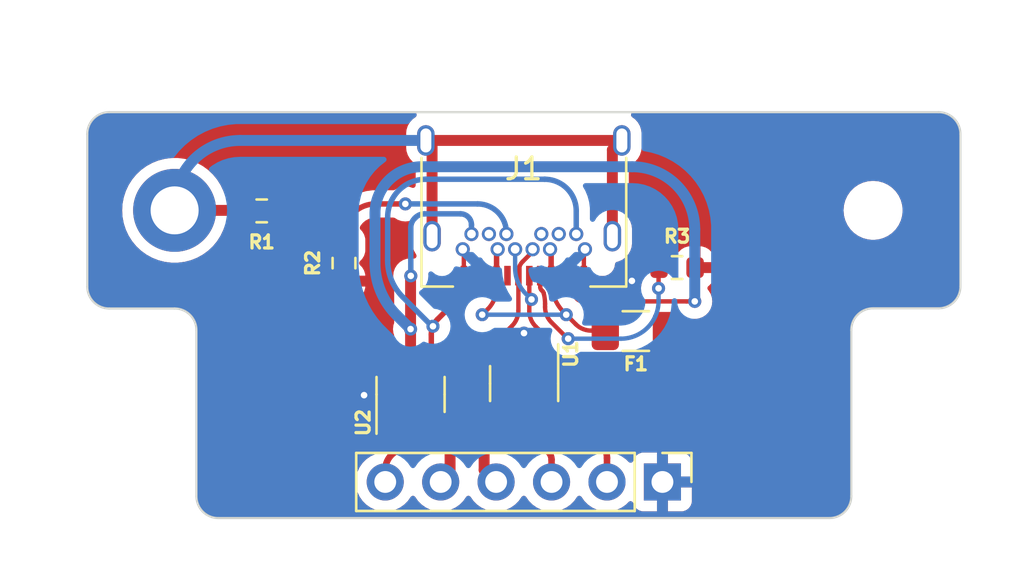
<source format=kicad_pcb>
(kicad_pcb (version 20221018) (generator pcbnew)
  (layers (0 "F.Cu" signal) (31 "B.Cu" signal) (34 "B.Paste" user) (35 "F.Paste" user) (36 "B.SilkS" user "B.Silkscreen") (37 "F.SilkS" user "F.Silkscreen") (38 "B.Mask" user) (39 "F.Mask" user) (44 "Edge.Cuts" user))
  (net 0 "")
  (net 1 "Net-(F1-Pad1)")
  (net 2 "+5V")
  (net 3 "GND")
  (net 4 "3vCable")
  (net 6 "Net-(J1-CC1)")
  (net 7 "DBUS+")
  (net 8 "DBUS-")
  (net 11 "DATA")
  (net 13 "Net-(J1-CC2)")
  (net 16 "Net-(J1-SHIELD)")
  (net 17 "D+")
  (net 18 "D-")
  (net 19 "DATABUS")
  (footprint "MountingHole:MountingHole_2.2mm_M2" (layer "F.Cu") (at 53.94 22.595792)
    (fp_text reference "H1" hide)
    (fp_text value "MountingHole" hide)
    (pad "" np_thru_hole circle (at 0 0) (size 2.2 2.2) (drill 2.2) (layers "*.Cu" "*.Mask"))
  )
  (footprint "Fuse:Fuse_1206_3216Metric" (layer "F.Cu") (at 43.0715 28.13005)
    (fp_text reference "F1" (at 0 1.51) (layer "F.SilkS") (effects (font (size 0.6 0.6))))
    (fp_text value "500 mA")
    (fp_line (start -0.602064 -0.91) (end 0.602064 -0.91) (stroke (width 0.12)) (layer "F.SilkS"))
    (fp_line (start -0.602064 0.91) (end 0.602064 0.91) (stroke (width 0.12)) (layer "F.SilkS"))
    (pad "1" smd roundrect (at -1.4 0) (size 1.25 1.75) (layers "F.Cu" "F.Paste" "F.Mask") (roundrect_rratio 0.2) (net 1 "Net-(F1-Pad1)"))
    (pad "2" smd roundrect (at 1.4 0) (size 1.25 1.75) (layers "F.Cu" "F.Paste" "F.Mask") (roundrect_rratio 0.2) (net 2 "+5V"))
  )
  (footprint "Package_TO_SOT_SMD:SOT-23-6" (layer "F.Cu") (at 32.75 31.0375 90)
    (fp_text reference "U2" (at -1.2925 -2.17 90) (layer "F.SilkS") (effects (font (size 0.6 0.6))))
    (fp_text value "USBLC6-2SC6")
    (fp_line (start 0 -1.56) (end -1.8 -1.56) (stroke (width 0.12)) (layer "F.SilkS"))
    (fp_line (start 0 -1.56) (end 0.8 -1.56) (stroke (width 0.12)) (layer "F.SilkS"))
    (fp_line (start 0 1.56) (end -0.8 1.56) (stroke (width 0.12)) (layer "F.SilkS"))
    (fp_line (start 0 1.56) (end 0.8 1.56) (stroke (width 0.12)) (layer "F.SilkS"))
    (pad "1" smd roundrect (at -1.1375 -0.95 90) (size 1.325 0.6) (layers "F.Cu" "F.Paste" "F.Mask"))
    (pad "2" smd roundrect (at -1.1375 0 90) (size 1.325 0.6) (layers "F.Cu" "F.Paste" "F.Mask") (net 3 "GND"))
    (pad "3" smd roundrect (at -1.1375 0.95 90) (size 1.325 0.6) (layers "F.Cu" "F.Paste" "F.Mask") (net 11 "DATA"))
    (pad "4" smd roundrect (at 1.1375 0.95 90) (size 1.325 0.6) (layers "F.Cu" "F.Paste" "F.Mask") (net 19 "DATABUS"))
    (pad "5" smd roundrect (at 1.1375 0 90) (size 1.325 0.6) (layers "F.Cu" "F.Paste" "F.Mask") (net 4 "3vCable"))
    (pad "6" smd roundrect (at 1.1375 -0.95 90) (size 1.325 0.6) (layers "F.Cu" "F.Paste" "F.Mask"))
  )
  (footprint "Resistor_SMD:R_0603_1608Metric" (layer "F.Cu") (at 25.93 22.62 180)
    (fp_text reference "R1" (at 0 -1.43) (layer "F.SilkS") (effects (font (size 0.6 0.6))))
    (fp_text value "1M")
    (fp_line (start -0.237258 -0.5225) (end 0.237258 -0.5225) (stroke (width 0.12)) (layer "F.SilkS"))
    (fp_line (start -0.237258 0.5225) (end 0.237258 0.5225) (stroke (width 0.12)) (layer "F.SilkS"))
    (pad "1" smd roundrect (at -0.825 0 180) (size 0.8 0.95) (layers "F.Cu" "F.Paste" "F.Mask") (net 3 "GND"))
    (pad "2" smd roundrect (at 0.825 0 180) (size 0.8 0.95) (layers "F.Cu" "F.Paste" "F.Mask") (net 16 "Net-(J1-SHIELD)"))
  )
  (footprint "Package_TO_SOT_SMD:SOT-23-6" (layer "F.Cu") (at 37.952461 30.537661 -90)
    (fp_text reference "U1" (at -1.347661 -2.137539 -90) (layer "F.SilkS") (effects (font (size 0.6 0.6))))
    (fp_text value "USBLC6-2SC6")
    (fp_line (start 0 -1.56) (end -1.8 -1.56) (stroke (width 0.12)) (layer "F.SilkS"))
    (fp_line (start 0 -1.56) (end 0.8 -1.56) (stroke (width 0.12)) (layer "F.SilkS"))
    (fp_line (start 0 1.56) (end -0.8 1.56) (stroke (width 0.12)) (layer "F.SilkS"))
    (fp_line (start 0 1.56) (end 0.8 1.56) (stroke (width 0.12)) (layer "F.SilkS"))
    (pad "1" smd roundrect (at -1.1375 -0.95 270) (size 1.325 0.6) (layers "F.Cu" "F.Paste" "F.Mask") (net 7 "DBUS+"))
    (pad "2" smd roundrect (at -1.1375 0 270) (size 1.325 0.6) (layers "F.Cu" "F.Paste" "F.Mask") (net 3 "GND"))
    (pad "3" smd roundrect (at -1.1375 0.95 270) (size 1.325 0.6) (layers "F.Cu" "F.Paste" "F.Mask") (net 8 "DBUS-"))
    (pad "4" smd roundrect (at 1.1375 0.95 270) (size 1.325 0.6) (layers "F.Cu" "F.Paste" "F.Mask") (net 18 "D-"))
    (pad "5" smd roundrect (at 1.1375 0 270) (size 1.325 0.6) (layers "F.Cu" "F.Paste" "F.Mask") (net 2 "+5V"))
    (pad "6" smd roundrect (at 1.1375 -0.95 270) (size 1.325 0.6) (layers "F.Cu" "F.Paste" "F.Mask") (net 17 "D+"))
  )
  (footprint "Resistor_SMD:R_0603_1608Metric" (layer "F.Cu") (at 44.96 25.22)
    (fp_text reference "R3" (at 0 -1.43) (layer "F.SilkS") (effects (font (size 0.6 0.6))))
    (fp_text value "5.1k")
    (fp_line (start -0.237258 -0.5225) (end 0.237258 -0.5225) (stroke (width 0.12)) (layer "F.SilkS"))
    (fp_line (start -0.237258 0.5225) (end 0.237258 0.5225) (stroke (width 0.12)) (layer "F.SilkS"))
    (pad "1" smd roundrect (at -0.825 0) (size 0.8 0.95) (layers "F.Cu" "F.Paste" "F.Mask") (net 6 "Net-(J1-CC1)"))
    (pad "2" smd roundrect (at 0.825 0) (size 0.8 0.95) (layers "F.Cu" "F.Paste" "F.Mask") (net 3 "GND"))
  )
  (footprint "MountingHole:MountingHole_2.2mm_M2_DIN965_Pad" (layer "F.Cu") (at 21.94 22.595792)
    (fp_text reference "H2" hide)
    (fp_text value "MountingHole_Pad" hide)
    (pad "1" thru_hole circle (at 0 0) (size 3.8 3.8) (drill 2.2) (layers "*.Cu" "*.Mask") (net 16 "Net-(J1-SHIELD)"))
  )
  (footprint "footprints:TYPE-C_24P_QCHT" (layer "F.Cu") (at 37.94 20.67005 180)
    (fp_text reference "J1" (at 0.01333 -0.020427) (layer "F.SilkS"))
    (fp_text value "USB C Connector")
    (fp_line (start -4.69 -5.42) (end -4.69 0.48) (stroke (width 0.12)) (layer "F.SilkS"))
    (fp_line (start -4.69 -5.42) (end -3.05 -5.42) (stroke (width 0.12)) (layer "F.SilkS"))
    (fp_line (start 3.25 -5.42) (end 4.69 -5.42) (stroke (width 0.12)) (layer "F.SilkS"))
    (fp_line (start 4.69 -5.42) (end 4.69 0.48) (stroke (width 0.12)) (layer "F.SilkS"))
    (pad "" np_thru_hole circle (at -3.6 -4.36 180) (size 0.65 0.65) (drill 0.65) (layers "*.Cu" "*.Mask"))
    (pad "" np_thru_hole circle (at 3.75 -4.36 180) (size 0.65 0.65) (drill 0.65) (layers "*.Cu" "*.Mask"))
    (pad "A1" smd rect (at -2.75 -4.92 180) (size 0.3 0.9) (layers "F.Cu" "F.Paste" "F.Mask") (net 3 "GND"))
    (pad "A2" smd rect (at -2.25 -4.92 180) (size 0.3 0.9) (layers "F.Cu" "F.Paste" "F.Mask") (net 4 "3vCable"))
    (pad "A3" smd rect (at -1.75 -4.92 180) (size 0.3 0.9) (layers "F.Cu" "F.Paste" "F.Mask"))
    (pad "A4" smd rect (at -1.25 -4.92 180) (size 0.3 0.9) (layers "F.Cu" "F.Paste" "F.Mask") (net 1 "Net-(F1-Pad1)"))
    (pad "A5" smd rect (at -0.75 -4.92 180) (size 0.3 0.9) (layers "F.Cu" "F.Paste" "F.Mask") (net 6 "Net-(J1-CC1)"))
    (pad "A6" smd rect (at -0.25 -4.92 180) (size 0.3 0.9) (layers "F.Cu" "F.Paste" "F.Mask") (net 7 "DBUS+"))
    (pad "A7" smd rect (at 0.25 -4.92 180) (size 0.3 0.9) (layers "F.Cu" "F.Paste" "F.Mask") (net 8 "DBUS-"))
    (pad "A8" smd rect (at 0.75 -4.92 180) (size 0.3 0.9) (layers "F.Cu" "F.Paste" "F.Mask"))
    (pad "A9" smd rect (at 1.25 -4.92 180) (size 0.3 0.9) (layers "F.Cu" "F.Paste" "F.Mask") (net 1 "Net-(F1-Pad1)"))
    (pad "A10" smd rect (at 1.75 -4.92 180) (size 0.3 0.9) (layers "F.Cu" "F.Paste" "F.Mask"))
    (pad "A11" smd rect (at 2.25 -4.92 180) (size 0.3 0.9) (layers "F.Cu" "F.Paste" "F.Mask") (net 19 "DATABUS"))
    (pad "A12" smd rect (at 2.75 -4.92 180) (size 0.3 0.9) (layers "F.Cu" "F.Paste" "F.Mask") (net 3 "GND"))
    (pad "B1" thru_hole circle (at 2.8 -3.71 180) (size 0.65 0.65) (drill 0.4) (layers "*.Cu" "*.Mask") (net 3 "GND"))
    (pad "B2" thru_hole circle (at 2.4 -3.01 180) (size 0.65 0.65) (drill 0.4) (layers "*.Cu" "*.Mask") (net 4 "3vCable"))
    (pad "B3" thru_hole circle (at 1.6 -3.01 180) (size 0.65 0.65) (drill 0.4) (layers "*.Cu" "*.Mask"))
    (pad "B4" thru_hole circle (at 1.2 -3.71 180) (size 0.65 0.65) (drill 0.4) (layers "*.Cu" "*.Mask") (net 1 "Net-(F1-Pad1)"))
    (pad "B5" thru_hole circle (at 0.8 -3.01 180) (size 0.65 0.65) (drill 0.4) (layers "*.Cu" "*.Mask") (net 13 "Net-(J1-CC2)"))
    (pad "B6" thru_hole circle (at 0.4 -3.71 180) (size 0.65 0.65) (drill 0.4) (layers "*.Cu" "*.Mask") (net 7 "DBUS+"))
    (pad "B7" thru_hole circle (at -0.4 -3.71 180) (size 0.65 0.65) (drill 0.4) (layers "*.Cu" "*.Mask") (net 8 "DBUS-"))
    (pad "B8" thru_hole circle (at -0.8 -3.01 180) (size 0.65 0.65) (drill 0.4) (layers "*.Cu" "*.Mask"))
    (pad "B9" thru_hole circle (at -1.2 -3.71 180) (size 0.65 0.65) (drill 0.4) (layers "*.Cu" "*.Mask") (net 1 "Net-(F1-Pad1)"))
    (pad "B10" thru_hole circle (at -1.6 -3.01 180) (size 0.65 0.65) (drill 0.4) (layers "*.Cu" "*.Mask"))
    (pad "B11" thru_hole circle (at -2.4 -3.01 180) (size 0.65 0.65) (drill 0.4) (layers "*.Cu" "*.Mask") (net 19 "DATABUS"))
    (pad "B12" thru_hole circle (at -2.8 -3.71 180) (size 0.65 0.65) (drill 0.4) (layers "*.Cu" "*.Mask") (net 3 "GND"))
    (pad "S1" thru_hole oval (at -4.49 1.28 180) (size 0.8 1.4) (drill oval 0.5 1.1) (layers "*.Cu" "*.Mask") (net 16 "Net-(J1-SHIELD)"))
    (pad "S1" thru_hole oval (at -4.055 -3.11 180) (size 0.8 1.4) (drill oval 0.5 1.1) (layers "*.Cu" "*.Mask") (net 16 "Net-(J1-SHIELD)"))
    (pad "S1" thru_hole oval (at 4.205 -3.11 180) (size 0.8 1.4) (drill oval 0.5 1.1) (layers "*.Cu" "*.Mask") (net 16 "Net-(J1-SHIELD)"))
    (pad "S1" thru_hole oval (at 4.49 1.28 180) (size 0.8 1.4) (drill oval 0.5 1.1) (layers "*.Cu" "*.Mask") (net 16 "Net-(J1-SHIELD)"))
  )
  (footprint "Resistor_SMD:R_0603_1608Metric" (layer "F.Cu") (at 29.7 25.015 90)
    (fp_text reference "R2" (at 0 -1.43 90) (layer "F.SilkS") (effects (font (size 0.6 0.6))))
    (fp_text value "5.1k")
    (fp_line (start -0.237258 -0.5225) (end 0.237258 -0.5225) (stroke (width 0.12)) (layer "F.SilkS"))
    (fp_line (start -0.237258 0.5225) (end 0.237258 0.5225) (stroke (width 0.12)) (layer "F.SilkS"))
    (pad "1" smd roundrect (at -0.825 0 90) (size 0.8 0.95) (layers "F.Cu" "F.Paste" "F.Mask") (net 3 "GND"))
    (pad "2" smd roundrect (at 0.825 0 90) (size 0.8 0.95) (layers "F.Cu" "F.Paste" "F.Mask") (net 13 "Net-(J1-CC2)"))
  )
  (footprint "Connector_PinHeader_2.54mm:PinHeader_1x06_P2.54mm_Vertical" (layer "F.Cu") (at 44.288893 35.05005 -90)
    (fp_text reference "J2" hide)
    (fp_text value "Conn_01x06" hide)
    (fp_line (start -1.33 -1.33) (end 0 -1.33) (stroke (width 0.12)) (layer "F.SilkS"))
    (fp_line (start -1.33 0) (end -1.33 -1.33) (stroke (width 0.12)) (layer "F.SilkS"))
    (fp_line (start -1.33 1.27) (end -1.33 14.03) (stroke (width 0.12)) (layer "F.SilkS"))
    (fp_line (start -1.33 1.27) (end 1.33 1.27) (stroke (width 0.12)) (layer "F.SilkS"))
    (fp_line (start -1.33 14.03) (end 1.33 14.03) (stroke (width 0.12)) (layer "F.SilkS"))
    (fp_line (start 1.33 1.27) (end 1.33 14.03) (stroke (width 0.12)) (layer "F.SilkS"))
    (pad "1" thru_hole rect (at 0 0 270) (size 1.7 1.7) (drill 1) (layers "*.Cu" "*.Mask") (net 3 "GND"))
    (pad "2" thru_hole oval (at 0 2.54 270) (size 1.7 1.7) (drill 1) (layers "*.Cu" "*.Mask") (net 17 "D+"))
    (pad "3" thru_hole oval (at 0 5.08 270) (size 1.7 1.7) (drill 1) (layers "*.Cu" "*.Mask") (net 18 "D-"))
    (pad "4" thru_hole oval (at 0 7.62 270) (size 1.7 1.7) (drill 1) (layers "*.Cu" "*.Mask") (net 2 "+5V"))
    (pad "5" thru_hole oval (at 0 10.16 270) (size 1.7 1.7) (drill 1) (layers "*.Cu" "*.Mask") (net 4 "3vCable"))
    (pad "6" thru_hole oval (at 0 12.7 270) (size 1.7 1.7) (drill 1) (layers "*.Cu" "*.Mask") (net 11 "DATA"))
  )
  (gr_arc (start 17.93969 19.098215) (mid 18.234838 18.384815) (end 18.95 18.093961) (stroke (width 0.1)) (layer "Edge.Cuts"))
  (gr_arc (start 21.9355 27.093952) (mid 22.645412 27.385578) (end 22.939811 28.094344) (stroke (width 0.1)) (layer "Edge.Cuts"))
  (gr_line (start 17.93969 19.098215) (end 17.94 26.09337) (stroke (width 0.1)) (layer "Edge.Cuts"))
  (gr_line (start 57.94 19.094409) (end 57.94 26.080909) (stroke (width 0.1)) (layer "Edge.Cuts"))
  (gr_line (start 56.935815 18.093961) (end 18.95 18.093961) (stroke (width 0.1)) (layer "Edge.Cuts"))
  (gr_arc (start 56.935815 18.093962) (mid 57.64575 18.385609) (end 57.940181 19.094409) (stroke (width 0.1)) (layer "Edge.Cuts"))
  (gr_arc (start 52.94 28.09005) (mid 53.231678 27.380002) (end 53.940581 27.08555) (stroke (width 0.1)) (layer "Edge.Cuts"))
  (gr_arc (start 18.9445 27.09395) (mid 18.234452 26.802272) (end 17.940001 26.09337) (stroke (width 0.1)) (layer "Edge.Cuts"))
  (gr_line (start 22.94 35.703919) (end 22.94 28.094344) (stroke (width 0.1)) (layer "Edge.Cuts"))
  (gr_line (start 18.9445 27.093951) (end 21.9355 27.093951) (stroke (width 0.1)) (layer "Edge.Cuts"))
  (gr_arc (start 23.9445 36.7045) (mid 23.234462 36.412812) (end 22.94 35.703919) (stroke (width 0.1)) (layer "Edge.Cuts"))
  (gr_line (start 52.94 35.7) (end 52.94 28.09005) (stroke (width 0.1)) (layer "Edge.Cuts"))
  (gr_line (start 56.939419 27.08555) (end 53.940581 27.08555) (stroke (width 0.1)) (layer "Edge.Cuts"))
  (gr_arc (start 57.940141 26.080908) (mid 57.648441 26.791076) (end 56.939419 27.08555) (stroke (width 0.1)) (layer "Edge.Cuts"))
  (gr_arc (start 52.94 35.7) (mid 52.648347 36.410073) (end 51.939419 36.7045) (stroke (width 0.1)) (layer "Edge.Cuts"))
  (gr_line (start 51.939419 36.7045) (end 23.9445 36.7045) (stroke (width 0.1)) (layer "Edge.Cuts"))
  (segment (start 36.69 25.59005) (end 36.69 26.145773) (width 0.2) (layer "F.Cu") (net 1))
  (segment (start 39.19 25.59005) (end 39.19 24.43005) (width 0.25) (layer "F.Cu") (net 1))
  (segment (start 39.8815 27.38005) (end 40.318607 27.817157) (width 0.2) (layer "F.Cu") (net 1))
  (segment (start 36.69 25.59005) (end 36.69 24.43005) (width 0.25) (layer "F.Cu") (net 1))
  (segment (start 39.19 24.43005) (end 39.14 24.38005) (width 0.25) (layer "F.Cu") (net 1))
  (segment (start 39.787052 27.285602) (end 39.8815 27.38005) (width 0.2) (layer "F.Cu") (net 1))
  (segment (start 39.19 25.59005) (end 39.19 25.844191) (width 0.2) (layer "F.Cu") (net 1))
  (segment (start 41.025714 28.11005) (end 41.9115 28.11005) (width 0.2) (layer "F.Cu") (net 1))
  (segment (start 36.69 24.43005) (end 36.74 24.38005) (width 0.25) (layer "F.Cu") (net 1))
  (segment (start 36.282864 27.128686) (end 36.0315 27.38005) (width 0.2) (layer "F.Cu") (net 1))
  (via (at 36.0315 27.38005) (size 0.6) (drill 0.3) (layers "F.Cu" "B.Cu") (net 1))
  (via (at 39.8815 27.38005) (size 0.6) (drill 0.3) (layers "F.Cu" "B.Cu") (net 1))
  (arc (start 36.282864 27.128686) (mid 36.584189 26.677722) (end 36.69 26.145773) (width 0.2) (layer "F.Cu") (net 1))
  (arc (start 39.787052 27.285602) (mid 39.345169 26.624277) (end 39.19 25.844191) (width 0.2) (layer "F.Cu") (net 1))
  (arc (start 41.025714 28.11005) (mid 40.643031 28.03393) (end 40.318607 27.817157) (width 0.2) (layer "F.Cu") (net 1))
  (segment (start 36.0315 27.38005) (end 39.8815 27.38005) (width 0.2) (layer "B.Cu") (net 1))
  (segment (start 36.12 34.501157) (end 36.668893 35.05005) (width 0.5) (layer "F.Cu") (net 2))
  (segment (start 43.053602 30.54) (end 36.755548 30.54) (width 0.5) (layer "F.Cu") (net 2))
  (segment (start 37.952461 31.675161) (end 37.952461 30.635122) (width 0.5) (layer "F.Cu") (net 2))
  (segment (start 36.12 31.175548) (end 36.12 34.501157) (width 0.5) (layer "F.Cu") (net 2))
  (segment (start 44.4715 28.13005) (end 44.4715 29.122102) (width 0.5) (layer "F.Cu") (net 2))
  (arc (start 44.4715 29.122102) (mid 44.056207 30.124707) (end 43.053602 30.54) (width 0.5) (layer "F.Cu") (net 2))
  (arc (start 36.755548 30.54) (mid 36.306148 30.726148) (end 36.12 31.175548) (width 0.5) (layer "F.Cu") (net 2))
  (segment (start 40.69 25.59005) (end 40.69 25.75) (width 0.3) (layer "F.Cu") (net 3))
  (segment (start 37.952461 29.400161) (end 37.952461 28.230427) (width 0.25) (layer "F.Cu") (net 3))
  (segment (start 42.692843 26.027157) (end 42.89 25.83) (width 0.3) (layer "F.Cu") (net 3))
  (segment (start 35.19 24.43005) (end 35.14 24.38005) (width 0.2) (layer "F.Cu") (net 3))
  (segment (start 41.674264 26.32005) (end 41.985736 26.32005) (width 0.3) (layer "F.Cu") (net 3))
  (segment (start 37.9415 28.88255) (end 37.9415 29.373419) (width 0.2) (layer "F.Cu") (net 3))
  (segment (start 37.952461 28.230427) (end 37.946334 28.2243) (width 0.25) (layer "F.Cu") (net 3))
  (segment (start 35.19 25.59005) (end 35.19 24.43005) (width 0.2) (layer "F.Cu") (net 3))
  (segment (start 32.75 32.175) (end 32.75 31.789239) (width 0.25) (layer "F.Cu") (net 3))
  (segment (start 32.030761 31.07) (end 30.62 31.07) (width 0.25) (layer "F.Cu") (net 3))
  (segment (start 32.559619 31.329619) (end 32.49038 31.26038) (width 0.25) (layer "F.Cu") (net 3))
  (segment (start 40.69 25.75) (end 40.967157 26.027157) (width 0.3) (layer "F.Cu") (net 3))
  (segment (start 40.69 25.59005) (end 40.69 24.43005) (width 0.2) (layer "F.Cu") (net 3))
  (segment (start 40.69 24.43005) (end 40.74 24.38005) (width 0.2) (layer "F.Cu") (net 3))
  (via (at 42.89 25.83) (size 0.6) (drill 0.3) (layers "F.Cu" "B.Cu") (net 3))
  (via (at 37.946334 28.2243) (size 0.6) (drill 0.3) (layers "F.Cu" "B.Cu") (net 3))
  (via (at 30.62 31.07) (size 0.6) (drill 0.3) (layers "F.Cu" "B.Cu") (net 3))
  (arc (start 32.49038 31.26038) (mid 32.279505 31.119478) (end 32.030761 31.07) (width 0.25) (layer "F.Cu") (net 3))
  (arc (start 32.559619 31.329619) (mid 32.700522 31.540494) (end 32.75 31.789239) (width 0.25) (layer "F.Cu") (net 3))
  (arc (start 42.692843 26.027157) (mid 42.36842 26.24393) (end 41.985736 26.32005) (width 0.3) (layer "F.Cu") (net 3))
  (arc (start 40.967157 26.027157) (mid 41.29158 26.24393) (end 41.674264 26.32005) (width 0.3) (layer "F.Cu") (net 3))
  (segment (start 32.75 25.61) (end 32.76 25.6) (width 0.5) (layer "F.Cu") (net 4))
  (segment (start 40.19 26.207914) (end 40.19 25.59005) (width 0.2) (layer "F.Cu") (net 4))
  (segment (start 45.39 26.77005) (end 40.657185 26.77005) (width 0.2) (layer "F.Cu") (net 4))
  (segment (start 34.286447 31.186447) (end 34.413554 31.313554) (width 0.5) (layer "F.Cu") (net 4))
  (segment (start 32.75 28.04) (end 32.75 29.9) (width 0.5) (layer "F.Cu") (net 4))
  (segment (start 34.56 34.618943) (end 34.128893 35.05005) (width 0.5) (layer "F.Cu") (net 4))
  (segment (start 45.76995 26.77005) (end 45.77 26.77) (width 0.2) (layer "F.Cu") (net 4))
  (segment (start 34.55 34.628943) (end 34.128893 35.05005) (width 0.25) (layer "F.Cu") (net 4))
  (segment (start 32.75 29.9) (end 32.75 30.456865) (width 0.5) (layer "F.Cu") (net 4))
  (segment (start 45.39 26.77005) (end 45.76995 26.77005) (width 0.2) (layer "F.Cu") (net 4))
  (segment (start 32.75 28.04) (end 32.75 25.61) (width 0.5) (layer "F.Cu") (net 4))
  (segment (start 34.56 31.667107) (end 34.56 34.618943) (width 0.5) (layer "F.Cu") (net 4))
  (segment (start 33.333135 31.04) (end 33.932893 31.04) (width 0.5) (layer "F.Cu") (net 4))
  (segment (start 32.896447 30.810419) (end 32.979582 30.893554) (width 0.5) (layer "F.Cu") (net 4))
  (via (at 32.76 25.6) (size 0.6) (drill 0.3) (layers "F.Cu" "B.Cu") (net 4))
  (via (at 32.75 28.04) (size 0.6) (drill 0.3) (layers "F.Cu" "B.Cu") (net 4))
  (via (at 45.77 26.77) (size 0.6) (drill 0.3) (layers "F.Cu" "B.Cu") (net 4))
  (arc (start 33.932893 31.04) (mid 34.124235 31.07806) (end 34.286447 31.186447) (width 0.5) (layer "F.Cu") (net 4))
  (arc (start 40.657185 26.77005) (mid 40.504112 26.739602) (end 40.374343 26.652893) (width 0.2) (layer "F.Cu") (net 4))
  (arc (start 40.374343 26.652893) (mid 40.237898 26.448711) (end 40.19 26.207914) (width 0.2) (layer "F.Cu") (net 4))
  (arc (start 32.75 30.456865) (mid 32.78806 30.648207) (end 32.896447 30.810419) (width 0.5) (layer "F.Cu") (net 4))
  (arc (start 33.333135 31.04) (mid 33.141794 31.00194) (end 32.979582 30.893554) (width 0.5) (layer "F.Cu") (net 4))
  (arc (start 34.413554 31.313554) (mid 34.52194 31.475766) (end 34.56 31.667107) (width 0.5) (layer "F.Cu") (net 4))
  (segment (start 32.118065 27.408065) (end 32.75 28.04) (width 0.5) (layer "B.Cu") (net 4))
  (segment (start 32.969214 22.930786) (end 32.935736 22.964264) (width 0.25) (layer "B.Cu") (net 4))
  (segment (start 35.04 22.75505) (end 33.393478 22.75505) (width 0.25) (layer "B.Cu") (net 4))
  (segment (start 32.76 23.388528) (end 32.76 25.6) (width 0.25) (layer "B.Cu") (net 4))
  (segment (start 35.54 23.68005) (end 35.54 23.25505) (width 0.25) (layer "B.Cu") (net 4))
  (segment (start 42.901084 20.595) (end 33.26171 20.595) (width 0.5) (layer "B.Cu") (net 4))
  (segment (start 31.12 22.73671) (end 31.12 24.998523) (width 0.5) (layer "B.Cu") (net 4))
  (segment (start 45.77 26.77) (end 45.77 23.463916) (width 0.5) (layer "B.Cu") (net 4))
  (arc (start 32.76 23.388528) (mid 32.805672 23.158918) (end 32.935736 22.964264) (width 0.25) (layer "B.Cu") (net 4))
  (arc (start 33.393478 22.75505) (mid 33.163868 22.800722) (end 32.969214 22.930786) (width 0.25) (layer "B.Cu") (net 4))
  (arc (start 35.54 23.25505) (mid 35.393553 22.901497) (end 35.04 22.75505) (width 0.25) (layer "B.Cu") (net 4))
  (arc (start 42.901084 20.595) (mid 44.929714 21.435286) (end 45.77 23.463916) (width 0.5) (layer "B.Cu") (net 4))
  (arc (start 33.26171 20.595) (mid 31.747292 21.222292) (end 31.12 22.73671) (width 0.5) (layer "B.Cu") (net 4))
  (arc (start 31.12 24.998523) (mid 31.379389 26.302558) (end 32.118065 27.408065) (width 0.5) (layer "B.Cu") (net 4))
  (segment (start 39.9615 28.49005) (end 39.204568 27.733118) (width 0.2) (layer "F.Cu") (net 6))
  (segment (start 38.69 26.11164) (end 38.69 25.59005) (width 0.2) (layer "F.Cu") (net 6))
  (segment (start 38.911675 27.026011) (end 38.911675 26.88184) (width 0.2) (layer "F.Cu") (net 6))
  (segment (start 38.795268 26.299751) (end 38.748578 26.253061) (width 0.2) (layer "F.Cu") (net 6))
  (segment (start 38.846657 26.388011) (end 38.847031 26.389406) (width 0.2) (layer "F.Cu") (net 6))
  (segment (start 44.1115 25.24005) (end 44.1115 26.17055) (width 0.2) (layer "F.Cu") (net 6))
  (via (at 39.9715 28.48005) (size 0.6) (drill 0.3) (layers "F.Cu" "B.Cu") (net 6))
  (via (at 44.1115 26.17055) (size 0.6) (drill 0.3) (layers "F.Cu" "B.Cu") (net 6))
  (arc (start 38.69 26.11164) (mid 38.705224 26.188176) (end 38.748578 26.253061) (width 0.2) (layer "F.Cu") (net 6))
  (arc (start 38.846657 26.388011) (mid 38.895351 26.632795) (end 38.911675 26.88184) (width 0.2) (layer "F.Cu") (net 6))
  (arc (start 38.911675 27.026011) (mid 38.987795 27.408694) (end 39.204568 27.733118) (width 0.2) (layer "F.Cu") (net 6))
  (arc (start 38.847031 26.389406) (mid 38.827051 26.341171) (end 38.795268 26.299751) (width 0.2) (layer "F.Cu") (net 6))
  (segment (start 44.1115 26.75448) (end 44.1115 26.17055) (width 0.2) (layer "B.Cu") (net 6))
  (segment (start 39.9715 28.48005) (end 42.38593 28.48005) (width 0.2) (layer "B.Cu") (net 6))
  (arc (start 44.1115 26.75448) (mid 43.606092 27.974642) (end 42.38593 28.48005) (width 0.2) (layer "B.Cu") (net 6))
  (segment (start 38.8915 28.88255) (end 38.8915 28.744264) (width 0.2) (layer "F.Cu") (net 7))
  (segment (start 38.19 27.214336) (end 38.19 25.59005) (width 0.2) (layer "F.Cu") (net 7))
  (segment (start 38.598607 28.037157) (end 38.482893 27.921443) (width 0.2) (layer "F.Cu") (net 7))
  (via (at 38.2895 26.68005) (size 0.6) (drill 0.3) (layers "F.Cu" "B.Cu") (net 7))
  (arc (start 38.19 27.214336) (mid 38.26612 27.597019) (end 38.482893 27.921443) (width 0.2) (layer "F.Cu") (net 7))
  (arc (start 38.8915 28.744264) (mid 38.81538 28.361581) (end 38.598607 28.037157) (width 0.2) (layer "F.Cu") (net 7))
  (segment (start 37.54 25.237592) (end 37.54 24.38005) (width 0.2) (layer "B.Cu") (net 7))
  (segment (start 38.2895 26.68005) (end 38.029995 26.420545) (width 0.2) (layer "B.Cu") (net 7))
  (arc (start 37.54 25.237592) (mid 37.667346 25.877801) (end 38.029995 26.420545) (width 0.2) (layer "B.Cu") (net 7))
  (segment (start 37.69 25.59005) (end 37.69 25.555764) (width 0.2) (layer "F.Cu") (net 8))
  (segment (start 37.284393 28.007157) (end 37.397107 27.894443) (width 0.2) (layer "F.Cu") (net 8))
  (segment (start 38.34 24.49155) (end 38.34 24.38005) (width 0.2) (layer "F.Cu") (net 8))
  (segment (start 37.69 27.187336) (end 37.69 25.59005) (width 0.2) (layer "F.Cu") (net 8))
  (segment (start 37.888246 24.943304) (end 38.34 24.49155) (width 0.2) (layer "F.Cu") (net 8))
  (segment (start 37.69 25.555764) (end 37.689998 25.421925) (width 0.2) (layer "F.Cu") (net 8))
  (segment (start 36.9915 28.88255) (end 36.9915 28.714264) (width 0.2) (layer "F.Cu") (net 8))
  (arc (start 37.689998 25.421925) (mid 37.741519 25.162897) (end 37.888246 24.943304) (width 0.2) (layer "F.Cu") (net 8))
  (arc (start 36.9915 28.714264) (mid 37.06762 28.331581) (end 37.284393 28.007157) (width 0.2) (layer "F.Cu") (net 8))
  (arc (start 37.69 27.187336) (mid 37.61388 27.570019) (end 37.397107 27.894443) (width 0.2) (layer "F.Cu") (net 8))
  (segment (start 33.7 32.51) (end 33.7 32.175) (width 0.3) (layer "F.Cu") (net 11))
  (segment (start 31.588893 35.05005) (end 31.588893 34.51) (width 0.3) (layer "F.Cu") (net 11))
  (segment (start 32.588893 33.51) (end 32.7 33.51) (width 0.3) (layer "F.Cu") (net 11))
  (arc (start 32.7 33.51) (mid 33.407107 33.217107) (end 33.7 32.51) (width 0.3) (layer "F.Cu") (net 11))
  (arc (start 31.588893 34.51) (mid 31.881786 33.802893) (end 32.588893 33.51) (width 0.3) (layer "F.Cu") (net 11))
  (segment (start 29.7 23.743116) (end 29.7 24.19) (width 0.25) (layer "F.Cu") (net 13))
  (segment (start 32.510437 22.30028) (end 31.142836 22.30028) (width 0.25) (layer "F.Cu") (net 13))
  (via (at 32.510437 22.30028) (size 0.6) (drill 0.3) (layers "F.Cu" "B.Cu") (net 13))
  (arc (start 31.142836 22.30028) (mid 30.122597 22.722877) (end 29.7 23.743116) (width 0.25) (layer "F.Cu") (net 13))
  (segment (start 32.510437 22.30028) (end 32.510717 22.3) (width 0.25) (layer "B.Cu") (net 13))
  (segment (start 32.510717 22.3) (end 35.816318 22.3) (width 0.25) (layer "B.Cu") (net 13))
  (segment (start 37.14 23.623682) (end 37.14 23.68005) (width 0.25) (layer "B.Cu") (net 13))
  (arc (start 35.816318 22.3) (mid 36.752303 22.687697) (end 37.14 23.623682) (width 0.25) (layer "B.Cu") (net 13))
  (segment (start 41.995 23.78005) (end 41.995 19.82505) (width 0.5) (layer "F.Cu") (net 16))
  (segment (start 25.080792 22.595792) (end 25.105 22.62) (width 0.5) (layer "F.Cu") (net 16))
  (segment (start 21.94 22.595792) (end 25.080792 22.595792) (width 0.5) (layer "F.Cu") (net 16))
  (segment (start 33.735 19.67505) (end 33.45 19.39005) (width 0.5) (layer "F.Cu") (net 16))
  (segment (start 33.735 19.67505) (end 33.735 23.78005) (width 0.5) (layer "F.Cu") (net 16))
  (segment (start 41.995 19.82505) (end 42.43 19.39005) (width 0.5) (layer "F.Cu") (net 16))
  (segment (start 33.45 19.39005) (end 42.43 19.39005) (width 0.5) (layer "F.Cu") (net 16))
  (segment (start 21.94 22.39005) (end 21.94 22.595792) (width 0.5) (layer "B.Cu") (net 16))
  (segment (start 33.45 19.39005) (end 24.94 19.39005) (width 0.5) (layer "B.Cu") (net 16))
  (arc (start 21.94 22.39005) (mid 22.81868 20.26873) (end 24.94 19.39005) (width 0.5) (layer "B.Cu") (net 16))
  (segment (start 38.902461 32.71) (end 38.902461 31.675161) (width 0.3) (layer "F.Cu") (net 17))
  (segment (start 40.806296 33.01) (end 39.202461 33.01) (width 0.3) (layer "F.Cu") (net 17))
  (segment (start 41.748893 35.05005) (end 41.748893 33.952597) (width 0.3) (layer "F.Cu") (net 17))
  (arc (start 41.748893 33.952597) (mid 41.472813 33.28608) (end 40.806296 33.01) (width 0.3) (layer "F.Cu") (net 17))
  (arc (start 38.902461 32.71) (mid 38.990329 32.922132) (end 39.202461 33.01) (width 0.3) (layer "F.Cu") (net 17))
  (segment (start 38.709702 33.53) (end 37.302461 33.53) (width 0.3) (layer "F.Cu") (net 18))
  (segment (start 37.002461 33.23) (end 37.002461 31.675161) (width 0.3) (layer "F.Cu") (net 18))
  (segment (start 39.208893 35.05005) (end 39.208893 34.029191) (width 0.3) (layer "F.Cu") (net 18))
  (arc (start 37.302461 33.53) (mid 37.090329 33.442132) (end 37.002461 33.23) (width 0.3) (layer "F.Cu") (net 18))
  (arc (start 38.709702 33.53) (mid 39.062683 33.67621) (end 39.208893 34.029191) (width 0.3) (layer "F.Cu") (net 18))
  (segment (start 35.69 25.59005) (end 35.69 26.053127) (width 0.25) (layer "F.Cu") (net 19))
  (segment (start 34.732893 27.09005) (end 34.694393 27.09005) (width 0.25) (layer "F.Cu") (net 19))
  (segment (start 35.487115 26.542935) (end 35.086409 26.943641) (width 0.25) (layer "F.Cu") (net 19))
  (segment (start 33.7 29.9) (end 33.7 28.29155) (width 0.25) (layer "F.Cu") (net 19))
  (segment (start 33.992893 27.584443) (end 34.34084 27.236496) (width 0.25) (layer "F.Cu") (net 19))
  (via (at 33.775671 27.91) (size 0.6) (drill 0.3) (layers "F.Cu" "B.Cu") (net 19))
  (arc (start 35.487115 26.542935) (mid 35.637272 26.318209) (end 35.69 26.053127) (width 0.25) (layer "F.Cu") (net 19))
  (arc (start 33.992893 27.584443) (mid 33.77612 27.908866) (end 33.7 28.29155) (width 0.25) (layer "F.Cu") (net 19))
  (arc (start 34.694393 27.09005) (mid 34.503052 27.12811) (end 34.34084 27.236496) (width 0.25) (layer "F.Cu") (net 19))
  (arc (start 35.086409 26.943641) (mid 34.924235 27.052001) (end 34.732893 27.09005) (width 0.25) (layer "F.Cu") (net 19))
  (segment (start 31.7 22.915048) (end 31.7 24.893747) (width 0.25) (layer "B.Cu") (net 19))
  (segment (start 33.743007 27.877336) (end 33.775671 27.91) (width 0.25) (layer "B.Cu") (net 19))
  (segment (start 32.395503 26.572839) (end 33.7 27.877336) (width 0.25) (layer "B.Cu") (net 19))
  (segment (start 33.7 27.877336) (end 33.743007 27.877336) (width 0.25) (layer "B.Cu") (net 19))
  (segment (start 38.893278 21.17) (end 33.445048 21.17) (width 0.25) (layer "B.Cu") (net 19))
  (segment (start 40.34 23.68005) (end 40.34 22.616722) (width 0.25) (layer "B.Cu") (net 19))
  (arc (start 32.395503 26.572839) (mid 31.880756 25.802465) (end 31.7 24.893747) (width 0.25) (layer "B.Cu") (net 19))
  (arc (start 40.34 22.616722) (mid 39.916265 21.593735) (end 38.893278 21.17) (width 0.25) (layer "B.Cu") (net 19))
  (arc (start 33.445048 21.17) (mid 32.211113 21.681113) (end 31.7 22.915048) (width 0.25) (layer "B.Cu") (net 19))
  (zone (net 3) (net_name "GND") (layers "F&B.Cu") (connect_pads (clearance 0.5)) (min_thickness 0.25) (fill yes (thermal_gap 0.5) (thermal_bridge_width 0.5))
    (polygon (pts (xy 13.94 12.95) (xy 60.87 12.95) (xy 60.87 35.48) (xy 56.91 39.44) (xy 18.76 39.44) (xy 13.94 34.62)))
  )
)
</source>
